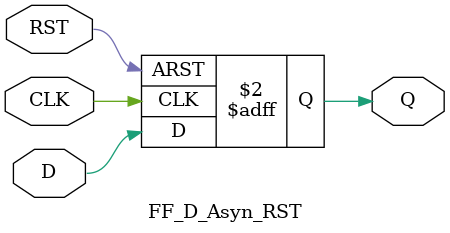
<source format=v>
module FF_D_Asyn_RST(
	input				CLK,
	input 			RST,
	input				D,
	output	reg	Q
);

always @(posedge CLK or posedge RST)
begin
	if (RST)
		Q <= 1'b0;
	else
		Q <= D;
	end

endmodule 
</source>
